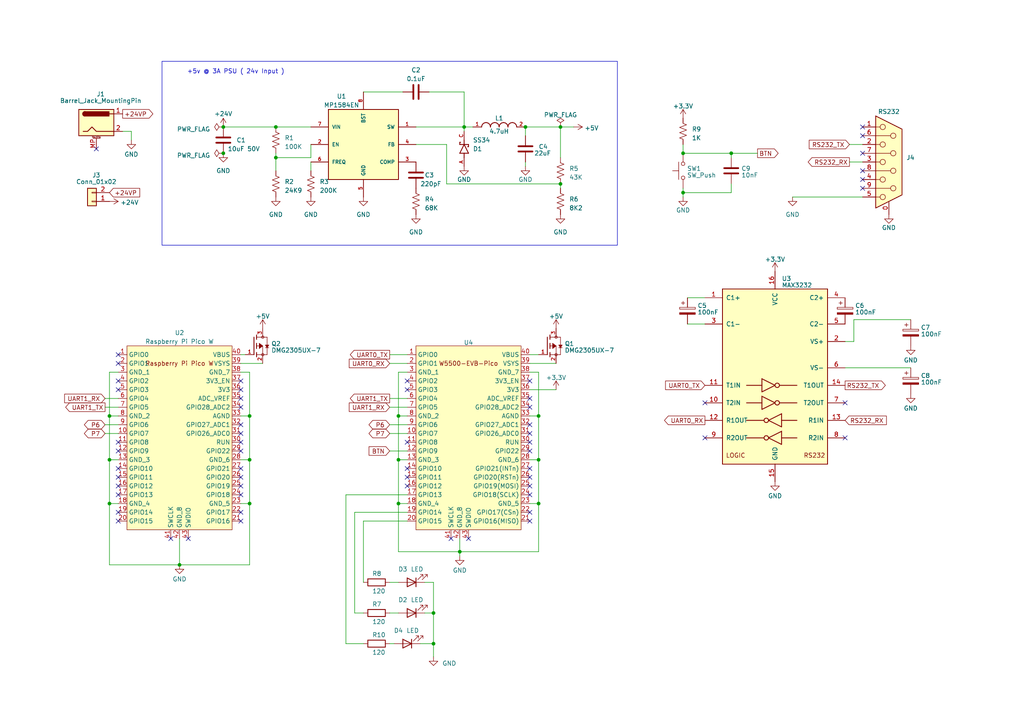
<source format=kicad_sch>
(kicad_sch (version 20230121) (generator eeschema)
  (paper "A4")
  (title_block (title "RS-232, Ethernet Data Encryption Terminal") (date "2023-03-15") (rev "0.1") (company "Robotus") (comment 1 "H.H. Shin"))
  (lib_symbols
    (symbol "Connector:Barrel_Jack_MountingPin" (pin_names hide)
      (property "Reference" "J" (at 0 5.334 0))
      (property "Value" "Barrel_Jack_MountingPin" (at 1.27 -6.35 0))
      (symbol "Barrel_Jack_MountingPin_1_1"
        (text "Mounting" (at 0 -4.191 0) (effects (font (size 0.381 0.381))))
        (pin passive line (at 7.62 2.54 180) (length 2.54) (name "~") (number "1"))
        (pin passive line (at 7.62 -2.54 180) (length 2.54) (name "~") (number "2"))
        (pin passive line (at 0 -7.62 90) (length 3.048) (name "MountPin") (number "MP"))
      )
    )
    (symbol "Connector:DE9_Receptacle_MountingHoles" (pin_names (offset 1.016) hide)
      (property "Reference" "J" (at 0 16.51 0))
      (property "Value" "DE9_Receptacle_MountingHoles" (at 0 14.605 0))
      (symbol "DE9_Receptacle_MountingHoles_1_1"
        (pin passive line (at 0 -15.24 90) (length 3.81) (name "PAD") (number "0"))
        (pin passive line (at -7.62 10.16 0) (length 3.81) (name "1") (number "1"))
        (pin passive line (at -7.62 5.08 0) (length 3.81) (name "2") (number "2"))
        (pin passive line (at -7.62 0 0) (length 3.81) (name "3") (number "3"))
        (pin passive line (at -7.62 -5.08 0) (length 3.81) (name "4") (number "4"))
        (pin passive line (at -7.62 -10.16 0) (length 3.81) (name "5") (number "5"))
        (pin passive line (at -7.62 7.62 0) (length 3.81) (name "6") (number "6"))
        (pin passive line (at -7.62 2.54 0) (length 3.81) (name "7") (number "7"))
        (pin passive line (at -7.62 -2.54 0) (length 3.81) (name "8") (number "8"))
        (pin passive line (at -7.62 -7.62 0) (length 3.81) (name "9") (number "9"))
      )
    )
    (symbol "Connector_Generic:Conn_01x02" (pin_names (offset 1.016) hide)
      (property "Reference" "J" (at 0 2.54 0))
      (property "Value" "Conn_01x02" (at 0 -5.08 0))
      (symbol "Conn_01x02_1_1"
        (pin passive line (at -5.08 0 0) (length 3.81) (name "Pin_1") (number "1"))
        (pin passive line (at -5.08 -2.54 0) (length 3.81) (name "Pin_2") (number "2"))
      )
    )
    (symbol "DMG2305UX-7_1" (pin_names (offset 1.016))
      (property "Reference" "Q" (at -8.89 3.81 0))
      (property "Value" "DMG2305UX-7" (at -8.89 -6.35 0))
      (symbol "DMG2305UX-7_1_0_0"
        (pin passive line (at -2.54 -2.54 0) (length 2.54) (name "~") (number "1"))
        (pin passive line (at 2.54 5.08 270) (length 2.54) (name "~") (number "3"))
      )
      (symbol "DMG2305UX-7_1_1_0"
        (pin power_out line (at 2.54 -5.08 90) (length 2.54) (name "~") (number "2"))
      )
    )
    (symbol "Device:C" (pin_numbers hide) (pin_names (offset 0.254))
      (property "Reference" "C" (at 0.635 2.54 0))
      (property "Value" "C" (at 0.635 -2.54 0))
      (symbol "C_1_1"
        (pin passive line (at 0 3.81 270) (length 2.794) (name "~") (number "1"))
        (pin passive line (at 0 -3.81 90) (length 2.794) (name "~") (number "2"))
      )
    )
    (symbol "Device:C_Polarized" (pin_numbers hide) (pin_names (offset 0.254))
      (property "Reference" "C" (at 0.635 2.54 0))
      (property "Value" "C_Polarized" (at 0.635 -2.54 0))
      (symbol "C_Polarized_1_1"
        (pin passive line (at 0 3.81 270) (length 2.794) (name "~") (number "1"))
        (pin passive line (at 0 -3.81 90) (length 2.794) (name "~") (number "2"))
      )
    )
    (symbol "Device:LED" (pin_numbers hide) (pin_names (offset 1.016) hide)
      (property "Reference" "D" (at 0 2.54 0))
      (property "Value" "LED" (at 0 -2.54 0))
      (symbol "LED_1_1"
        (pin passive line (at -3.81 0 0) (length 2.54) (name "K") (number "1"))
        (pin passive line (at 3.81 0 180) (length 2.54) (name "A") (number "2"))
      )
    )
    (symbol "Device:R" (pin_numbers hide) (pin_names (offset 0))
      (property "Reference" "R" (at 2.032 0 90))
      (property "Value" "R" (at 0 0 90))
      (symbol "R_1_1"
        (pin passive line (at 0 3.81 270) (length 1.27) (name "~") (number "1"))
        (pin passive line (at 0 -3.81 90) (length 1.27) (name "~") (number "2"))
      )
    )
    (symbol "Device:R_US" (pin_numbers hide) (pin_names (offset 0))
      (property "Reference" "R" (at 2.54 0 90))
      (property "Value" "R_US" (at -2.54 0 90))
      (symbol "R_US_1_1"
        (pin passive line (at 0 3.81 270) (length 1.27) (name "~") (number "1"))
        (pin passive line (at 0 -3.81 90) (length 1.27) (name "~") (number "2"))
      )
    )
    (symbol "Interface_UART:MAX3232" (pin_names (offset 1.016))
      (property "Reference" "U" (at -2.54 28.575 0))
      (property "Value" "MAX3232" (at -2.54 26.67 0))
      (symbol "MAX3232_0_0"
        (text "LOGIC" (at -11.43 -22.86 0) (effects (font (size 1.27 1.27))))
        (text "RS232" (at 11.43 -22.86 0) (effects (font (size 1.27 1.27))))
      )
      (symbol "MAX3232_1_1"
        (pin passive line (at -20.32 22.86 0) (length 5.08) (name "C1+") (number "1"))
        (pin input line (at -20.32 -7.62 0) (length 5.08) (name "T2IN") (number "10"))
        (pin input line (at -20.32 -2.54 0) (length 5.08) (name "T1IN") (number "11"))
        (pin output line (at -20.32 -12.7 0) (length 5.08) (name "R1OUT") (number "12"))
        (pin input line (at 20.32 -12.7 180) (length 5.08) (name "R1IN") (number "13"))
        (pin output line (at 20.32 -2.54 180) (length 5.08) (name "T1OUT") (number "14"))
        (pin power_in line (at 0 -30.48 90) (length 5.08) (name "GND") (number "15"))
        (pin power_in line (at 0 30.48 270) (length 5.08) (name "VCC") (number "16"))
        (pin power_out line (at 20.32 10.16 180) (length 5.08) (name "VS+") (number "2"))
        (pin passive line (at -20.32 15.24 0) (length 5.08) (name "C1-") (number "3"))
        (pin passive line (at 20.32 22.86 180) (length 5.08) (name "C2+") (number "4"))
        (pin passive line (at 20.32 15.24 180) (length 5.08) (name "C2-") (number "5"))
        (pin power_out line (at 20.32 2.54 180) (length 5.08) (name "VS-") (number "6"))
        (pin output line (at 20.32 -7.62 180) (length 5.08) (name "T2OUT") (number "7"))
        (pin input line (at 20.32 -17.78 180) (length 5.08) (name "R2IN") (number "8"))
        (pin output line (at -20.32 -17.78 0) (length 5.08) (name "R2OUT") (number "9"))
      )
    )
    (symbol "Switch:SW_Push" (pin_numbers hide) (pin_names (offset 1.016) hide)
      (property "Reference" "SW" (at 1.27 2.54 0))
      (property "Value" "SW_Push" (at 0 -1.524 0))
      (symbol "SW_Push_0_1"
        (pin passive line (at -5.08 0 0) (length 2.54) (name "1") (number "1"))
        (pin passive line (at 5.08 0 180) (length 2.54) (name "2") (number "2"))
      )
    )
    (symbol "dmg2305-FET:DMG2305UX-7" (pin_names (offset 1.016))
      (property "Reference" "Q" (at -8.89 3.81 0))
      (property "Value" "DMG2305UX-7" (at -8.89 -6.35 0))
      (symbol "DMG2305UX-7_0_0"
        (pin passive line (at -2.54 -2.54 0) (length 2.54) (name "~") (number "1"))
        (pin passive line (at 2.54 5.08 270) (length 2.54) (name "~") (number "3"))
      )
      (symbol "DMG2305UX-7_1_0"
        (pin power_out line (at 2.54 -5.08 90) (length 2.54) (name "~") (number "2"))
      )
    )
    (symbol "mp1584en:MP1584EN" (pin_names (offset 1.016))
      (property "Reference" "U1" (at -6.35 13.97 0))
      (property "Value" "MP1584EN" (at -6.35 11.43 0))
      (symbol "MP1584EN_0_0"
        (pin output line (at 15.24 5.08 180) (length 5.08) (name "SW") (number "1"))
        (pin input line (at -15.24 0 0) (length 5.08) (name "EN") (number "2"))
        (pin output line (at 15.24 -5.08 180) (length 5.08) (name "COMP") (number "3"))
        (pin input line (at 15.24 0 180) (length 5.08) (name "FB") (number "4"))
        (pin power_in line (at 0 -15.24 90) (length 5.08) (name "GND") (number "5"))
        (pin input line (at -15.24 -5.08 0) (length 5.08) (name "FREQ") (number "6"))
        (pin input line (at -15.24 5.08 0) (length 5.08) (name "VIN") (number "7"))
        (pin passive line (at 0 15.24 270) (length 5.08) (name "BST") (number "8"))
      )
    )
    (symbol "power:+24V" (power) (pin_names (offset 0))
      (property "Value" "+24V" (at 0 3.556 0))
      (symbol "+24V_1_1"
        (pin power_in line (at 0 0 90) (length 0) hide (name "+24V") (number "1"))
      )
    )
    (symbol "power:+3.3V" (power) (pin_names (offset 0))
      (property "Value" "+3.3V" (at 0 3.556 0))
      (symbol "+3.3V_1_1"
        (pin power_in line (at 0 0 90) (length 0) hide (name "+3.3V") (number "1"))
      )
    )
    (symbol "power:+5V" (power) (pin_names (offset 0))
      (property "Value" "+5V" (at 0 3.556 0))
      (symbol "+5V_1_1"
        (pin power_in line (at 0 0 90) (length 0) hide (name "+5V") (number "1"))
      )
    )
    (symbol "power:GND" (power) (pin_names (offset 0))
      (property "Value" "GND" (at 0 -3.81 0))
      (symbol "GND_1_1"
        (pin power_in line (at 0 0 270) (length 0) hide (name "GND") (number "1"))
      )
    )
    (symbol "power:PWR_FLAG" (power) (pin_numbers hide) (pin_names (offset 0) hide)
      (property "Value" "PWR_FLAG" (at 0 3.81 0))
      (symbol "PWR_FLAG_0_0"
        (pin power_out line (at 0 0 90) (length 0) (name "pwr") (number "1"))
      )
    )
    (symbol "raspberrypi-pico-w:Pico-W"
      (property "Reference" "U1" (at 0 30.861 0))
      (property "Value" "Pico-W" (at 0 28.5496 0))
      (symbol "Pico-W_1_0"
        (text "Raspberry Pi Pico W" (at 0 21.59 0) (effects (font (size 1.27 1.27))))
      )
      (symbol "Pico-W_1_1"
        (pin bidirectional line (at -17.78 24.13 0) (length 2.54) (name "GPIO0") (number "1"))
        (pin bidirectional line (at -17.78 1.27 0) (length 2.54) (name "GPIO7") (number "10"))
        (pin bidirectional line (at -17.78 -1.27 0) (length 2.54) (name "GPIO8") (number "11"))
        (pin bidirectional line (at -17.78 -3.81 0) (length 2.54) (name "GPIO9") (number "12"))
        (pin power_in line (at -17.78 -6.35 0) (length 2.54) (name "GND_3") (number "13"))
        (pin bidirectional line (at -17.78 -8.89 0) (length 2.54) (name "GPIO10") (number "14"))
        (pin bidirectional line (at -17.78 -11.43 0) (length 2.54) (name "GPIO11") (number "15"))
        (pin bidirectional line (at -17.78 -13.97 0) (length 2.54) (name "GPIO12") (number "16"))
        (pin bidirectional line (at -17.78 -16.51 0) (length 2.54) (name "GPIO13") (number "17"))
        (pin power_in line (at -17.78 -19.05 0) (length 2.54) (name "GND_4") (number "18"))
        (pin bidirectional line (at -17.78 -21.59 0) (length 2.54) (name "GPIO14") (number "19"))
        (pin bidirectional line (at -17.78 21.59 0) (length 2.54) (name "GPIO1") (number "2"))
        (pin bidirectional line (at -17.78 -24.13 0) (length 2.54) (name "GPIO15") (number "20"))
        (pin bidirectional line (at 17.78 -24.13 180) (length 2.54) (name "GPIO16") (number "21"))
        (pin bidirectional line (at 17.78 -21.59 180) (length 2.54) (name "GPIO17") (number "22"))
        (pin power_in line (at 17.78 -19.05 180) (length 2.54) (name "GND_5") (number "23"))
        (pin bidirectional line (at 17.78 -16.51 180) (length 2.54) (name "GPIO18") (number "24"))
        (pin bidirectional line (at 17.78 -13.97 180) (length 2.54) (name "GPIO19") (number "25"))
        (pin bidirectional line (at 17.78 -11.43 180) (length 2.54) (name "GPIO20") (number "26"))
        (pin bidirectional line (at 17.78 -8.89 180) (length 2.54) (name "GPIO21") (number "27"))
        (pin power_in line (at 17.78 -6.35 180) (length 2.54) (name "GND_6") (number "28"))
        (pin bidirectional line (at 17.78 -3.81 180) (length 2.54) (name "GPIO22") (number "29"))
        (pin power_in line (at -17.78 19.05 0) (length 2.54) (name "GND_1") (number "3"))
        (pin input line (at 17.78 -1.27 180) (length 2.54) (name "RUN") (number "30"))
        (pin bidirectional line (at 17.78 1.27 180) (length 2.54) (name "GPIO26_ADC0") (number "31"))
        (pin bidirectional line (at 17.78 3.81 180) (length 2.54) (name "GPIO27_ADC1") (number "32"))
        (pin power_in line (at 17.78 6.35 180) (length 2.54) (name "AGND") (number "33"))
        (pin bidirectional line (at 17.78 8.89 180) (length 2.54) (name "GPIO28_ADC2") (number "34"))
        (pin power_in line (at 17.78 11.43 180) (length 2.54) (name "ADC_VREF") (number "35"))
        (pin power_out line (at 17.78 13.97 180) (length 2.54) (name "3V3") (number "36"))
        (pin input line (at 17.78 16.51 180) (length 2.54) (name "3V3_EN") (number "37"))
        (pin power_in line (at 17.78 19.05 180) (length 2.54) (name "GND_7") (number "38"))
        (pin power_in line (at 17.78 21.59 180) (length 2.54) (name "VSYS") (number "39"))
        (pin bidirectional line (at -17.78 16.51 0) (length 2.54) (name "GPIO2") (number "4"))
        (pin power_out line (at 17.78 24.13 180) (length 2.54) (name "VBUS") (number "40"))
        (pin input line (at -2.54 -29.21 90) (length 2.54) (name "SWCLK") (number "41"))
        (pin power_in line (at 0 -29.21 90) (length 2.54) (name "GND_8") (number "42"))
        (pin bidirectional line (at 2.54 -29.21 90) (length 2.54) (name "SWDIO") (number "43"))
        (pin bidirectional line (at -17.78 13.97 0) (length 2.54) (name "GPIO3") (number "5"))
        (pin bidirectional line (at -17.78 11.43 0) (length 2.54) (name "GPIO4") (number "6"))
        (pin bidirectional line (at -17.78 8.89 0) (length 2.54) (name "GPIO5") (number "7"))
        (pin power_in line (at -17.78 6.35 0) (length 2.54) (name "GND_2") (number "8"))
        (pin bidirectional line (at -17.78 3.81 0) (length 2.54) (name "GPIO6") (number "9"))
      )
    )
    (symbol "rlf7030t-4r7m3r4:RLF7030T-4R7M3R4" (pin_names (offset 1.016))
      (property "Reference" "L1" (at 0 2.54 0))
      (property "Value" "4.7uH" (at 0 -1.27 0))
      (symbol "RLF7030T-4R7M3R4_0_0"
        (pin passive line (at -7.62 0 0) (length 2.54) (name "~") (number "1"))
        (pin passive line (at 7.62 0 180) (length 2.54) (name "~") (number "2"))
      )
    )
    (symbol "ss34:SS34" (pin_names (offset 1.016))
      (property "Reference" "D1" (at 2.54 0 90))
      (property "Value" "SS34" (at 2.54 -2.54 90))
      (symbol "SS34_0_0"
        (pin passive line (at -5.08 0 0) (length 2.54) (name "~") (number "A"))
        (pin passive line (at 5.08 0 180) (length 2.54) (name "~") (number "C"))
      )
    )
    (symbol "w5500-evb-pico:W5500-EVB-Pico"
      (property "Reference" "U1" (at 0 25.4 0))
      (symbol "W5500-EVB-Pico_1_0"
        (text "W5500-EVB-Pico" (at 0 19.05 0) (effects (font (size 1.27 1.27))))
      )
      (symbol "W5500-EVB-Pico_1_1"
        (pin bidirectional line (at -17.78 21.59 0) (length 2.54) (name "GPIO0") (number "1"))
        (pin bidirectional line (at -17.78 -1.27 0) (length 2.54) (name "GPIO7") (number "10"))
        (pin bidirectional line (at -17.78 -3.81 0) (length 2.54) (name "GPIO8") (number "11"))
        (pin bidirectional line (at -17.78 -6.35 0) (length 2.54) (name "GPIO9") (number "12"))
        (pin power_in line (at -17.78 -8.89 0) (length 2.54) (name "GND_3") (number "13"))
        (pin bidirectional line (at -17.78 -11.43 0) (length 2.54) (name "GPIO10") (number "14"))
        (pin bidirectional line (at -17.78 -13.97 0) (length 2.54) (name "GPIO11") (number "15"))
        (pin bidirectional line (at -17.78 -16.51 0) (length 2.54) (name "GPIO12") (number "16"))
        (pin bidirectional line (at -17.78 -19.05 0) (length 2.54) (name "GPIO13") (number "17"))
        (pin power_in line (at -17.78 -21.59 0) (length 2.54) (name "GND_4") (number "18"))
        (pin bidirectional line (at -17.78 -24.13 0) (length 2.54) (name "GPIO14") (number "19"))
        (pin bidirectional line (at -17.78 19.05 0) (length 2.54) (name "GPIO1") (number "2"))
        (pin bidirectional line (at -17.78 -26.67 0) (length 2.54) (name "GPIO15") (number "20"))
        (pin bidirectional line (at 17.78 -26.67 180) (length 2.54) (name "GPIO16(MISO)") (number "21"))
        (pin bidirectional line (at 17.78 -24.13 180) (length 2.54) (name "GPIO17(CSn)") (number "22"))
        (pin power_in line (at 17.78 -21.59 180) (length 2.54) (name "GND_5") (number "23"))
        (pin bidirectional line (at 17.78 -19.05 180) (length 2.54) (name "GPIO18(SCLK)") (number "24"))
        (pin bidirectional line (at 17.78 -16.51 180) (length 2.54) (name "GPIO19(MOSI)") (number "25"))
        (pin bidirectional line (at 17.78 -13.97 180) (length 2.54) (name "GPIO20(RSTn)") (number "26"))
        (pin bidirectional line (at 17.78 -11.43 180) (length 2.54) (name "GPIO21(INTn)") (number "27"))
        (pin power_in line (at 17.78 -8.89 180) (length 2.54) (name "GND_6") (number "28"))
        (pin bidirectional line (at 17.78 -6.35 180) (length 2.54) (name "GPIO22") (number "29"))
        (pin power_in line (at -17.78 16.51 0) (length 2.54) (name "GND_1") (number "3"))
        (pin input line (at 17.78 -3.81 180) (length 2.54) (name "RUN") (number "30"))
        (pin bidirectional line (at 17.78 -1.27 180) (length 2.54) (name "GPIO26_ADC0") (number "31"))
        (pin bidirectional line (at 17.78 1.27 180) (length 2.54) (name "GPIO27_ADC1") (number "32"))
        (pin power_in line (at 17.78 3.81 180) (length 2.54) (name "AGND") (number "33"))
        (pin bidirectional line (at 17.78 6.35 180) (length 2.54) (name "GPIO28_ADC2") (number "34"))
        (pin power_in line (at 17.78 8.89 180) (length 2.54) (name "ADC_VREF") (number "35"))
        (pin power_out line (at 17.78 11.43 180) (length 2.54) (name "3V3") (number "36"))
        (pin input line (at 17.78 13.97 180) (length 2.54) (name "3V3_EN") (number "37"))
        (pin power_in line (at 17.78 16.51 180) (length 2.54) (name "GND_7") (number "38"))
        (pin power_in line (at 17.78 19.05 180) (length 2.54) (name "VSYS") (number "39"))
        (pin bidirectional line (at -17.78 13.97 0) (length 2.54) (name "GPIO2") (number "4"))
        (pin power_out line (at 17.78 21.59 180) (length 2.54) (name "VBUS") (number "40"))
        (pin input line (at -5.08 -31.75 90) (length 2.54) (name "SWCLK") (number "41"))
        (pin power_in line (at -2.54 -31.75 90) (length 2.54) (name "GND_8") (number "42"))
        (pin bidirectional line (at 0 -31.75 90) (length 2.54) (name "SWDIO") (number "43"))
        (pin bidirectional line (at -17.78 11.43 0) (length 2.54) (name "GPIO3") (number "5"))
        (pin bidirectional line (at -17.78 8.89 0) (length 2.54) (name "GPIO4") (number "6"))
        (pin bidirectional line (at -17.78 6.35 0) (length 2.54) (name "GPIO5") (number "7"))
        (pin power_in line (at -17.78 3.81 0) (length 2.54) (name "GND_2") (number "8"))
        (pin bidirectional line (at -17.78 1.27 0) (length 2.54) (name "GPIO6") (number "9"))
      )
    )
  )
  (junction (at 115.57 133.35))
  (junction (at 31.75 120.65))
  (junction (at 133.35 160.02))
  (junction (at 80.01 36.83))
  (junction (at 125.73 186.69))
  (junction (at 52.07 163.83))
  (junction (at 212.09 44.45))
  (junction (at 80.01 45.72))
  (junction (at 162.56 36.83))
  (junction (at 156.21 146.05))
  (junction (at 152.4 36.83))
  (junction (at 125.73 177.8))
  (junction (at 72.39 133.35))
  (junction (at 156.21 133.35))
  (junction (at 64.77 44.45))
  (junction (at 31.75 146.05))
  (junction (at 64.77 36.83))
  (junction (at 156.21 120.65))
  (junction (at 31.75 133.35))
  (junction (at 134.62 36.83))
  (junction (at 72.39 146.05))
  (junction (at 115.57 120.65))
  (junction (at 198.12 44.45))
  (junction (at 72.39 120.65))
  (junction (at 162.56 53.34))
  (junction (at 115.57 146.05))
  (junction (at 198.12 55.88))
  (no_connect (at 250.19 52.07))
  (no_connect (at 153.67 135.89))
  (no_connect (at 69.85 135.89))
  (no_connect (at 118.11 138.43))
  (no_connect (at 34.29 143.51))
  (no_connect (at 245.11 127))
  (no_connect (at 34.29 102.87))
  (no_connect (at 34.29 151.13))
  (no_connect (at 250.19 39.37))
  (no_connect (at 34.29 105.41))
  (no_connect (at 69.85 138.43))
  (no_connect (at 34.29 138.43))
  (no_connect (at 153.67 123.19))
  (no_connect (at 69.85 130.81))
  (no_connect (at 69.85 125.73))
  (no_connect (at 153.67 148.59))
  (no_connect (at 54.61 156.21))
  (no_connect (at 69.85 151.13))
  (no_connect (at 34.29 128.27))
  (no_connect (at 135.89 156.21))
  (no_connect (at 34.29 148.59))
  (no_connect (at 204.47 127))
  (no_connect (at 27.94 43.18))
  (no_connect (at 34.29 140.97))
  (no_connect (at 69.85 113.03))
  (no_connect (at 153.67 138.43))
  (no_connect (at 153.67 125.73))
  (no_connect (at 69.85 148.59))
  (no_connect (at 118.11 135.89))
  (no_connect (at 250.19 49.53))
  (no_connect (at 34.29 110.49))
  (no_connect (at 130.81 156.21))
  (no_connect (at 69.85 110.49))
  (no_connect (at 153.67 110.49))
  (no_connect (at 118.11 110.49))
  (no_connect (at 153.67 128.27))
  (no_connect (at 153.67 151.13))
  (no_connect (at 153.67 118.11))
  (no_connect (at 153.67 130.81))
  (no_connect (at 69.85 118.11))
  (no_connect (at 153.67 115.57))
  (no_connect (at 153.67 140.97))
  (no_connect (at 49.53 156.21))
  (no_connect (at 118.11 128.27))
  (no_connect (at 204.47 116.84))
  (no_connect (at 153.67 143.51))
  (no_connect (at 34.29 130.81))
  (no_connect (at 250.19 44.45))
  (no_connect (at 69.85 140.97))
  (no_connect (at 250.19 54.61))
  (no_connect (at 245.11 116.84))
  (no_connect (at 118.11 140.97))
  (no_connect (at 69.85 123.19))
  (no_connect (at 69.85 115.57))
  (no_connect (at 34.29 135.89))
  (no_connect (at 69.85 143.51))
  (no_connect (at 34.29 113.03))
  (no_connect (at 69.85 128.27))
  (no_connect (at 118.11 113.03))
  (no_connect (at 250.19 36.83))
  (wire (pts (xy 80.01 45.72) (xy 90.17 45.72)))
  (wire (pts (xy 134.62 36.83) (xy 134.62 38.1)))
  (wire (pts (xy 102.87 148.59) (xy 102.87 177.8)))
  (wire (pts (xy 153.67 107.95) (xy 156.21 107.95)))
  (wire (pts (xy 156.21 133.35) (xy 156.21 146.05)))
  (wire (pts (xy 52.07 156.21) (xy 52.07 163.83)))
  (wire (pts (xy 199.39 86.36) (xy 204.47 86.36)))
  (wire (pts (xy 113.03 102.87) (xy 118.11 102.87)))
  (wire (pts (xy 152.4 36.83) (xy 152.4 39.37)))
  (wire (pts (xy 72.39 163.83) (xy 52.07 163.83)))
  (wire (pts (xy 30.48 115.57) (xy 34.29 115.57)))
  (wire (pts (xy 212.09 44.45) (xy 219.71 44.45)))
  (wire (pts (xy 156.21 120.65) (xy 156.21 133.35)))
  (wire (pts (xy 246.38 41.91) (xy 250.19 41.91)))
  (wire (pts (xy 31.75 120.65) (xy 31.75 133.35)))
  (wire (pts (xy 102.87 177.8) (xy 105.41 177.8)))
  (wire (pts (xy 152.4 46.99) (xy 152.4 48.26)))
  (wire (pts (xy 105.41 151.13) (xy 105.41 168.91)))
  (wire (pts (xy 72.39 107.95) (xy 72.39 120.65)))
  (wire (pts (xy 72.39 133.35) (xy 72.39 146.05)))
  (wire (pts (xy 229.87 57.15) (xy 250.19 57.15)))
  (wire (pts (xy 123.19 177.8) (xy 125.73 177.8)))
  (wire (pts (xy 156.21 146.05) (xy 156.21 160.02)))
  (wire (pts (xy 64.77 36.83) (xy 80.01 36.83)))
  (wire (pts (xy 38.1 38.1) (xy 38.1 40.64)))
  (wire (pts (xy 120.65 41.91) (xy 129.54 41.91)))
  (wire (pts (xy 30.48 123.19) (xy 34.29 123.19)))
  (wire (pts (xy 118.11 107.95) (xy 115.57 107.95)))
  (wire (pts (xy 162.56 53.34) (xy 162.56 54.61)))
  (wire (pts (xy 156.21 107.95) (xy 156.21 120.65)))
  (wire (pts (xy 123.19 168.91) (xy 125.73 168.91)))
  (wire (pts (xy 113.03 105.41) (xy 118.11 105.41)))
  (wire (pts (xy 100.33 186.69) (xy 105.41 186.69)))
  (wire (pts (xy 113.03 130.81) (xy 118.11 130.81)))
  (wire (pts (xy 153.67 146.05) (xy 156.21 146.05)))
  (wire (pts (xy 125.73 168.91) (xy 125.73 177.8)))
  (wire (pts (xy 129.54 53.34) (xy 162.56 53.34)))
  (wire (pts (xy 153.67 113.03) (xy 161.29 113.03)))
  (wire (pts (xy 125.73 186.69) (xy 125.73 190.5)))
  (wire (pts (xy 247.65 99.06) (xy 247.65 92.71)))
  (wire (pts (xy 69.85 102.87) (xy 71.12 102.87)))
  (wire (pts (xy 137.16 36.83) (xy 134.62 36.83)))
  (wire (pts (xy 80.01 44.45) (xy 80.01 45.72)))
  (wire (pts (xy 105.41 151.13) (xy 118.11 151.13)))
  (wire (pts (xy 69.85 105.41) (xy 76.2 105.41)))
  (wire (pts (xy 102.87 148.59) (xy 118.11 148.59)))
  (wire (pts (xy 212.09 55.88) (xy 198.12 55.88)))
  (wire (pts (xy 113.03 125.73) (xy 118.11 125.73)))
  (wire (pts (xy 162.56 36.83) (xy 162.56 45.72)))
  (wire (pts (xy 133.35 160.02) (xy 133.35 161.29)))
  (wire (pts (xy 31.75 107.95) (xy 31.75 120.65)))
  (wire (pts (xy 115.57 160.02) (xy 133.35 160.02)))
  (wire (pts (xy 115.57 146.05) (xy 118.11 146.05)))
  (wire (pts (xy 161.29 105.41) (xy 153.67 105.41)))
  (wire (pts (xy 115.57 133.35) (xy 118.11 133.35)))
  (wire (pts (xy 125.73 177.8) (xy 125.73 186.69)))
  (wire (pts (xy 199.39 93.98) (xy 204.47 93.98)))
  (wire (pts (xy 115.57 120.65) (xy 115.57 133.35)))
  (wire (pts (xy 133.35 156.21) (xy 133.35 160.02)))
  (wire (pts (xy 100.33 186.69) (xy 100.33 143.51)))
  (wire (pts (xy 31.75 146.05) (xy 31.75 163.83)))
  (wire (pts (xy 212.09 53.34) (xy 212.09 55.88)))
  (wire (pts (xy 198.12 54.61) (xy 198.12 55.88)))
  (wire (pts (xy 80.01 36.83) (xy 90.17 36.83)))
  (wire (pts (xy 113.03 168.91) (xy 115.57 168.91)))
  (wire (pts (xy 153.67 133.35) (xy 156.21 133.35)))
  (wire (pts (xy 113.03 177.8) (xy 115.57 177.8)))
  (wire (pts (xy 31.75 133.35) (xy 31.75 146.05)))
  (wire (pts (xy 115.57 133.35) (xy 115.57 146.05)))
  (wire (pts (xy 113.03 115.57) (xy 118.11 115.57)))
  (wire (pts (xy 121.92 186.69) (xy 125.73 186.69)))
  (wire (pts (xy 134.62 26.67) (xy 134.62 36.83)))
  (wire (pts (xy 69.85 133.35) (xy 72.39 133.35)))
  (wire (pts (xy 113.03 118.11) (xy 118.11 118.11)))
  (wire (pts (xy 69.85 107.95) (xy 72.39 107.95)))
  (wire (pts (xy 35.56 38.1) (xy 38.1 38.1)))
  (wire (pts (xy 113.03 186.69) (xy 114.3 186.69)))
  (wire (pts (xy 31.75 163.83) (xy 52.07 163.83)))
  (wire (pts (xy 247.65 92.71) (xy 264.16 92.71)))
  (wire (pts (xy 30.48 125.73) (xy 34.29 125.73)))
  (wire (pts (xy 72.39 120.65) (xy 72.39 133.35)))
  (wire (pts (xy 30.48 118.11) (xy 34.29 118.11)))
  (wire (pts (xy 212.09 45.72) (xy 212.09 44.45)))
  (wire (pts (xy 162.56 36.83) (xy 166.37 36.83)))
  (wire (pts (xy 246.38 46.99) (xy 250.19 46.99)))
  (wire (pts (xy 31.75 133.35) (xy 34.29 133.35)))
  (wire (pts (xy 100.33 143.51) (xy 118.11 143.51)))
  (wire (pts (xy 72.39 146.05) (xy 72.39 163.83)))
  (wire (pts (xy 245.11 99.06) (xy 247.65 99.06)))
  (wire (pts (xy 90.17 41.91) (xy 90.17 45.72)))
  (wire (pts (xy 129.54 41.91) (xy 129.54 53.34)))
  (wire (pts (xy 80.01 45.72) (xy 80.01 49.53)))
  (wire (pts (xy 69.85 146.05) (xy 72.39 146.05)))
  (wire (pts (xy 245.11 106.68) (xy 264.16 106.68)))
  (wire (pts (xy 90.17 46.99) (xy 90.17 49.53)))
  (wire (pts (xy 120.65 36.83) (xy 134.62 36.83)))
  (wire (pts (xy 156.21 160.02) (xy 133.35 160.02)))
  (wire (pts (xy 198.12 55.88) (xy 198.12 57.15)))
  (wire (pts (xy 31.75 146.05) (xy 34.29 146.05)))
  (wire (pts (xy 152.4 36.83) (xy 162.56 36.83)))
  (wire (pts (xy 113.03 123.19) (xy 118.11 123.19)))
  (wire (pts (xy 124.46 26.67) (xy 134.62 26.67)))
  (wire (pts (xy 156.21 102.87) (xy 153.67 102.87)))
  (wire (pts (xy 34.29 107.95) (xy 31.75 107.95)))
  (wire (pts (xy 31.75 120.65) (xy 34.29 120.65)))
  (wire (pts (xy 198.12 41.91) (xy 198.12 44.45)))
  (wire (pts (xy 115.57 107.95) (xy 115.57 120.65)))
  (wire (pts (xy 212.09 44.45) (xy 198.12 44.45)))
  (wire (pts (xy 105.41 26.67) (xy 116.84 26.67)))
  (wire (pts (xy 153.67 120.65) (xy 156.21 120.65)))
  (wire (pts (xy 69.85 120.65) (xy 72.39 120.65)))
  (wire (pts (xy 115.57 146.05) (xy 115.57 160.02)))
  (wire (pts (xy 115.57 120.65) (xy 118.11 120.65)))
  (rectangle (start 46.99 17.78) (end 179.07 71.12))
  (text "+5v @ 3A PSU ( 24v Input )" (at 82.55 21.59 0) (effects (font (size 1.27 1.27)) (justify right bottom)))
  (global_label "RS232_TX" (shape input) (at 246.38 41.91 180) (property "Intersheetrefs" "${INTERSHEET_REFS}" (effects hide)))
  (global_label "UART1_RX" (shape input) (at 113.03 118.11 180) (property "Intersheetrefs" "${INTERSHEET_REFS}" (effects hide)))
  (global_label "+24VP" (shape output) (at 35.56 33.02 0) (property "Intersheetrefs" "${INTERSHEET_REFS}" (effects hide)))
  (global_label "RS232_RX" (shape input) (at 245.11 121.92 0) (property "Intersheetrefs" "${INTERSHEET_REFS}" (effects hide)))
  (global_label "RS232_TX" (shape output) (at 245.11 111.76 0) (property "Intersheetrefs" "${INTERSHEET_REFS}" (effects hide)))
  (global_label "P6" (shape bidirectional) (at 30.48 123.19 180) (property "Intersheetrefs" "${INTERSHEET_REFS}" (effects hide)))
  (global_label "UART1_RX" (shape input) (at 30.48 115.57 180) (property "Intersheetrefs" "${INTERSHEET_REFS}" (effects hide)))
  (global_label "UART1_TX" (shape output) (at 30.48 118.11 180) (property "Intersheetrefs" "${INTERSHEET_REFS}" (effects hide)))
  (global_label "P6" (shape bidirectional) (at 113.03 123.19 180) (property "Intersheetrefs" "${INTERSHEET_REFS}" (effects hide)))
  (global_label "UART0_RX" (shape output) (at 204.47 121.92 180) (property "Intersheetrefs" "${INTERSHEET_REFS}" (effects hide)))
  (global_label "BTN" (shape output) (at 219.71 44.45 0) (property "Intersheetrefs" "${INTERSHEET_REFS}" (effects hide)))
  (global_label "UART0_RX" (shape input) (at 113.03 105.41 180) (property "Intersheetrefs" "${INTERSHEET_REFS}" (effects hide)))
  (global_label "RS232_RX" (shape output) (at 246.38 46.99 180) (property "Intersheetrefs" "${INTERSHEET_REFS}" (effects hide)))
  (global_label "BTN" (shape input) (at 113.03 130.81 180) (property "Intersheetrefs" "${INTERSHEET_REFS}" (effects hide)))
  (global_label "P7" (shape bidirectional) (at 30.48 125.73 180) (property "Intersheetrefs" "${INTERSHEET_REFS}" (effects hide)))
  (global_label "P7" (shape bidirectional) (at 113.03 125.73 180) (property "Intersheetrefs" "${INTERSHEET_REFS}" (effects hide)))
  (global_label "UART1_TX" (shape output) (at 113.03 115.57 180) (property "Intersheetrefs" "${INTERSHEET_REFS}" (effects hide)))
  (global_label "UART0_TX" (shape output) (at 113.03 102.87 180) (property "Intersheetrefs" "${INTERSHEET_REFS}" (effects hide)))
  (global_label "UART0_TX" (shape input) (at 204.47 111.76 180) (property "Intersheetrefs" "${INTERSHEET_REFS}" (effects hide)))
  (global_label "+24VP" (shape input) (at 31.75 55.88 0) (property "Intersheetrefs" "${INTERSHEET_REFS}" (effects hide)))
  (symbol (lib_id "power:+5V") (at 161.29 95.25 0) (unit 1)
    (property "Reference" "#PWR017" (effects hide))
    (property "Value" "+5V" (at 161.29 91.7481 0))
  )
  (symbol (lib_id "Device:C_Polarized") (at 264.16 110.49 0) (unit 1)
    (property "Reference" "C8" (at 267.081 108.9573 0) (effects (justify left)))
    (property "Value" "100nF" (at 267.081 110.8783 0) (effects (justify left)))
    (property "Footprint" "Capacitor_SMD:C_0603_1608Metric" (effects hide))
    (property "LCSC" "C14663" (effects hide))
  )
  (symbol (lib_id "power:+5V") (at 76.2 95.25 0) (unit 1)
    (property "Reference" "#PWR015" (effects hide))
    (property "Value" "+5V" (at 76.2 91.7481 0))
  )
  (symbol (lib_id "power:+5V") (at 166.37 36.83 270) (unit 1)
    (property "Reference" "#PWR016" (effects hide))
    (property "Value" "+5V" (at 169.545 37.1468 90) (effects (justify left)))
  )
  (symbol (lib_id "power:GND") (at 125.73 190.5 0) (unit 1)
    (property "Reference" "#PWR028" (effects hide))
    (property "Value" "GND" (at 128.27 192.405 0) (effects (justify left)))
  )
  (symbol (lib_id "power:GND") (at 120.65 62.23 0) (unit 1)
    (property "Reference" "#PWR06" (effects hide))
    (property "Value" "GND" (at 120.65 67.31 0))
  )
  (symbol (lib_id "Device:R_US") (at 162.56 58.42 0) (unit 1)
    (property "Reference" "R6" (at 165.1 57.785 0) (effects (justify left)))
    (property "Value" "8K2" (at 165.1 60.325 0) (effects (justify left)))
    (property "Footprint" "Resistor_SMD:R_0805_2012Metric" (effects hide))
    (property "LCSC" "C17828" (effects hide))
  )
  (symbol (lib_id "power:GND") (at 64.77 44.45 0) (unit 1)
    (property "Reference" "#PWR02" (effects hide))
    (property "Value" "GND" (at 64.77 49.53 0))
  )
  (symbol (lib_id "power:GND") (at 105.41 57.15 0) (unit 1)
    (property "Reference" "#PWR010" (effects hide))
    (property "Value" "GND" (at 105.41 62.23 0))
  )
  (symbol (lib_id "Device:R") (at 109.22 186.69 270) (unit 1)
    (property "Reference" "R10" (at 107.95 184.15 90) (effects (justify left)))
    (property "Value" "120" (at 107.95 189.23 90) (effects (justify left)))
    (property "Footprint" "Resistor_SMD:R_0603_1608Metric" (effects hide))
    (property "MPN" "0603WAF2201T5E" (effects hide))
    (property "Manufacturer" "UNIOHM" (effects hide))
    (property "LCSC" "C22787" (effects hide))
  )
  (symbol (lib_id "power:GND") (at 162.56 62.23 0) (unit 1)
    (property "Reference" "#PWR09" (effects hide))
    (property "Value" "GND" (at 162.56 67.31 0))
  )
  (symbol (lib_id "mp1584en:MP1584EN") (at 105.41 41.91 0) (unit 1)
    (property "Reference" "U1" (at 99.06 27.94 0))
    (property "Value" "MP1584EN" (at 99.06 30.48 0))
    (property "Footprint" "0.winners:SOIC127P600X170-9N_MP1584EN" (effects hide))
    (property "Datasheet" "https://www.alldatasheet.com/datasheet-pdf/pdf/551593/MPS/MP1584EN.html" (effects hide))
    (property "MP" "MP1584EN" (effects hide))
    (property "MF" "Monolithic Power Systems" (effects hide))
    (property "AVAILABILITY" "Unavailable" (effects hide))
    (property "STANDARD" "IPC-7351B" (effects hide))
    (property "PRICE" "None" (effects hide))
    (property "PACKAGE" "None" (effects hide))
  )
  (symbol (lib_id "power:+24V") (at 64.77 36.83 0) (unit 1)
    (property "Reference" "#PWR01" (effects hide))
    (property "Value" "+24V" (at 64.77 33.02 0))
  )
  (symbol (lib_id "Device:C_Polarized") (at 199.39 90.17 0) (unit 1)
    (property "Reference" "C5" (at 202.311 88.6373 0) (effects (justify left)))
    (property "Value" "100nF" (at 202.311 90.5583 0) (effects (justify left)))
    (property "Footprint" "Capacitor_SMD:C_0603_1608Metric" (effects hide))
    (property "LCSC" "C14663" (effects hide))
  )
  (symbol (lib_id "ss34:SS34") (at 134.62 43.18 90) (unit 1)
    (property "Reference" "D1" (at 137.16 43.18 90) (effects (justify right)))
    (property "Value" "SS34" (at 137.16 40.64 90) (effects (justify right)))
    (property "Footprint" "Diode_SMD:D_SMA" (effects hide))
    (property "Datasheet" "https://datasheet.lcsc.com/lcsc/2303141100_MDD-Microdiode-Electronics--SS34_C8678.pdf" (effects hide))
    (property "MANUFACTURER" "On Semiconductor" (effects hide))
    (property "PARTREV" "31 Aug 2016" (effects hide))
    (property "MAXIMUM_PACKAGE_HEIGHT" "2.65mm" (effects hide))
    (property "STANDARD" "IPC-7351B" (effects hide))
    (property "SNAPEDA_PACKAGE_ID" "36301" (effects hide))
    (property "LCSC" "C8678" (effects hide))
  )
  (symbol (lib_id "power:GND") (at 133.35 161.29 0) (unit 1)
    (property "Reference" "#PWR018" (effects hide))
    (property "Value" "GND" (at 133.35 165.4255 0))
  )
  (symbol (lib_id "Device:C") (at 212.09 49.53 0) (unit 1)
    (property "Reference" "C9" (at 215.011 48.8863 0) (effects (justify left)))
    (property "Value" "10nF" (at 215.011 50.8073 0) (effects (justify left)))
    (property "Footprint" "Capacitor_SMD:C_0603_1608Metric" (effects hide))
    (property "LCSC" "C57112" (effects hide))
  )
  (symbol (lib_id "Connector:DE9_Receptacle_MountingHoles") (at 257.81 46.99 0) (unit 1)
    (property "Reference" "J4" (at 262.89 45.7199 0) (effects (justify left)))
    (property "Value" "RS232" (at 257.81 32.385 0))
    (property "Footprint" "Connector_Dsub:DSUB-9_Female_Horizontal_P2.77x2.84mm_EdgePinOffset7.70mm_Housed_MountingHolesOffset9.12mm" (effects hide))
    (property "Datasheet" " ~" (effects hide))
  )
  (symbol (lib_id "Switch:SW_Push") (at 198.12 49.53 90) (unit 1)
    (property "Reference" "SW1" (at 199.263 48.8863 90) (effects (justify right)))
    (property "Value" "SW_Push" (at 199.263 50.8073 90) (effects (justify right)))
    (property "Footprint" "Button_Switch_THT:SW_SPST_Omron_B3F-315x_Angled" (effects hide))
  )
  (symbol (lib_id "Device:LED") (at 119.38 177.8 180) (unit 1)
    (property "Reference" "D2" (at 116.84 173.99 0))
    (property "Value" "LED" (at 120.9675 173.99 0))
    (property "Footprint" "LED_THT:LED_D3.0mm" (effects hide))
  )
  (symbol (lib_id "power:GND") (at 90.17 57.15 0) (unit 1)
    (property "Reference" "#PWR04" (effects hide))
    (property "Value" "GND" (at 90.17 62.23 0))
  )
  (symbol (lib_id "Device:R_US") (at 162.56 49.53 0) (unit 1)
    (property "Reference" "R5" (at 165.1 48.895 0) (effects (justify left)))
    (property "Value" "43K" (at 165.1 51.435 0) (effects (justify left)))
    (property "Footprint" "Resistor_SMD:R_0805_2012Metric" (effects hide))
    (property "LCSC" "C17695" (effects hide))
  )
  (symbol (lib_id "power:GND") (at 257.81 62.23 0) (unit 1)
    (property "Reference" "#PWR024" (effects hide))
    (property "Value" "GND" (at 257.81 66.04 0))
  )
  (symbol (lib_id "Interface_UART:MAX3232") (at 224.79 109.22 0) (unit 1)
    (property "Reference" "U3" (at 226.7459 80.8101 0) (effects (justify left)))
    (property "Value" "MAX3232" (at 226.7459 82.7311 0) (effects (justify left)))
    (property "Footprint" "Package_SO:SO-16_3.9x9.9mm_P1.27mm" (effects hide))
    (property "Datasheet" "https://datasheets.maximintegrated.com/en/ds/MAX3222-MAX3241.pdf" (effects hide))
    (property "LCSC" "C354115" (effects hide))
  )
  (symbol (lib_id "power:GND") (at 264.16 114.3 0) (unit 1)
    (property "Reference" "#PWR011" (effects hide))
    (property "Value" "GND" (at 264.16 118.4355 0))
  )
  (symbol (lib_id "power:+3.3V") (at 161.29 113.03 0) (unit 1)
    (property "Reference" "#PWR014" (effects hide))
    (property "Value" "+3.3V" (at 161.29 109.5281 0))
  )
  (symbol (lib_id "power:GND") (at 152.4 48.26 0) (unit 1)
    (property "Reference" "#PWR08" (effects hide))
    (property "Value" "GND" (at 152.4 52.07 0))
  )
  (symbol (lib_id "power:GND") (at 229.87 57.15 0) (unit 1)
    (property "Reference" "#PWR019" (effects hide))
    (property "Value" "GND" (at 229.87 62.23 0))
  )
  (symbol (lib_id "power:PWR_FLAG") (at 162.56 36.83 0) (unit 1)
    (property "Reference" "#FLG03" (effects hide))
    (property "Value" "PWR_FLAG" (at 162.56 33.3281 0))
  )
  (symbol (lib_id "power:+3.3V") (at 224.79 78.74 0) (unit 1)
    (property "Reference" "#PWR013" (effects hide))
    (property "Value" "+3.3V" (at 224.79 75.2381 0))
  )
  (symbol (lib_id "Connector_Generic:Conn_01x02") (at 26.67 58.42 180) (unit 1)
    (property "Reference" "J3" (at 27.94 50.8 0))
    (property "Value" "Conn_01x02" (at 27.94 52.721 0))
    (property "Footprint" "Connector_Molex:Molex_SPOX_5267-02A_1x02_P2.50mm_Vertical" (effects hide))
  )
  (symbol (lib_id "power:PWR_FLAG") (at 64.77 44.45 90) (unit 1)
    (property "Reference" "#FLG02" (effects hide))
    (property "Value" "PWR_FLAG" (at 60.96 45.085 90) (effects (justify left)))
  )
  (symbol (lib_id "power:+24V") (at 31.75 58.42 270) (unit 1)
    (property "Reference" "#PWR022" (effects hide))
    (property "Value" "+24V" (at 34.925 58.7368 90) (effects (justify left)))
  )
  (symbol (lib_id "Device:C") (at 120.65 26.67 90) (unit 1)
    (property "Reference" "C2" (at 120.65 20.32 90))
    (property "Value" "0.1uF" (at 120.65 22.86 90))
    (property "Footprint" "Capacitor_SMD:C_0805_2012Metric" (effects hide))
    (property "LCSC" "C49678" (effects hide))
  )
  (symbol (lib_id "Device:R") (at 109.22 177.8 270) (unit 1)
    (property "Reference" "R7" (at 107.95 175.26 90) (effects (justify left)))
    (property "Value" "120" (at 107.95 180.34 90) (effects (justify left)))
    (property "Footprint" "Resistor_SMD:R_0603_1608Metric" (effects hide))
    (property "MPN" "0603WAF2201T5E" (effects hide))
    (property "Manufacturer" "UNIOHM" (effects hide))
    (property "LCSC" "C22787" (effects hide))
  )
  (symbol (lib_id "Connector:Barrel_Jack_MountingPin") (at 27.94 35.56 0) (unit 1)
    (property "Reference" "J1" (at 29.21 27.289 0))
    (property "Value" "Barrel_Jack_MountingPin" (at 29.21 29.21 0))
    (property "Footprint" "Connector_BarrelJack:BarrelJack_GCT_DCJ200-10-A_Horizontal" (effects hide))
  )
  (symbol (lib_id "Device:R") (at 109.22 168.91 270) (unit 1)
    (property "Reference" "R8" (at 107.95 166.37 90) (effects (justify left)))
    (property "Value" "120" (at 107.95 171.45 90) (effects (justify left)))
    (property "Footprint" "Resistor_SMD:R_0603_1608Metric" (effects hide))
    (property "MPN" "0603WAF2201T5E" (effects hide))
    (property "Manufacturer" "UNIOHM" (effects hide))
    (property "LCSC" "C22787" (effects hide))
  )
  (symbol (lib_id "Device:R_US") (at 90.17 53.34 0) (unit 1)
    (property "Reference" "R3" (at 92.71 52.705 0) (effects (justify left)))
    (property "Value" "200K" (at 92.71 55.245 0) (effects (justify left)))
    (property "Footprint" "Resistor_SMD:R_0805_2012Metric" (effects hide))
    (property "LCSC" "C17539" (effects hide))
  )
  (symbol (lib_id "Device:C") (at 152.4 43.18 0) (unit 1)
    (property "Reference" "C4" (at 156.21 42.545 0) (effects (justify left)))
    (property "Value" "22uF" (at 154.94 44.45 0) (effects (justify left)))
    (property "Footprint" "Capacitor_SMD:C_1210_3225Metric" (effects hide))
    (property "LCSC" "C309062" (effects hide))
  )
  (symbol (lib_id "power:GND") (at 52.07 163.83 0) (unit 1)
    (property "Reference" "#PWR020" (effects hide))
    (property "Value" "GND" (at 52.07 167.9655 0))
  )
  (symbol (lib_id "Device:R_US") (at 198.12 38.1 0) (unit 1)
    (property "Reference" "R9" (at 200.66 37.465 0) (effects (justify left)))
    (property "Value" "1K" (at 200.66 40.005 0) (effects (justify left)))
    (property "Footprint" "Resistor_SMD:R_0603_1608Metric" (effects hide))
    (property "LCSC" "C21190" (effects hide))
  )
  (symbol (lib_id "power:GND") (at 224.79 139.7 0) (unit 1)
    (property "Reference" "#PWR012" (effects hide))
    (property "Value" "GND" (at 224.79 143.8355 0))
  )
  (symbol (lib_id "Device:LED") (at 119.38 168.91 180) (unit 1)
    (property "Reference" "D3" (at 116.84 165.1 0))
    (property "Value" "LED" (at 120.9675 165.1 0))
    (property "Footprint" "LED_THT:LED_D3.0mm" (effects hide))
  )
  (symbol (lib_id "power:GND") (at 80.01 57.15 0) (unit 1)
    (property "Reference" "#PWR03" (effects hide))
    (property "Value" "GND" (at 80.01 62.23 0))
  )
  (symbol (lib_id "rlf7030t-4r7m3r4:RLF7030T-4R7M3R4") (at 144.78 36.83 0) (unit 1)
    (property "Reference" "L1" (at 144.78 34.29 0))
    (property "Value" "4.7uH" (at 144.78 38.1 0))
    (property "Footprint" "0.winners:INDP7368X320_Inductor" (effects hide))
    (property "Datasheet" "https://pdf1.alldatasheet.com/datasheet-pdf/view/532782/TDK/RLF7030T-4R7M3R4.html" (effects hide))
    (property "Name" "RLF7030T-4R7M3R4" (effects hide))
    (property "Manufacturer" "TDK" (effects hide))
  )
  (symbol (lib_id "power:GND") (at 198.12 57.15 0) (unit 1)
    (property "Reference" "#PWR026" (effects hide))
    (property "Value" "GND" (at 198.12 60.96 0))
  )
  (symbol (lib_id "w5500-evb-pico:W5500-EVB-Pico") (at 135.89 124.46 0) (unit 1)
    (property "Reference" "U4" (at 135.89 99.3681 0))
    (property "Value" "W5500-EVB-Pico" (effects hide))
    (property "Footprint" "0.winners:W5500-EVB-Pico_SMT_THT" (effects hide))
  )
  (symbol (lib_id "Device:R_US") (at 80.01 40.64 0) (unit 1)
    (property "Reference" "R1" (at 82.55 40.005 0) (effects (justify left)))
    (property "Value" "100K" (at 82.55 42.545 0) (effects (justify left)))
    (property "Footprint" "Resistor_SMD:R_0805_2012Metric" (effects hide))
    (property "LCSC" "C149504" (effects hide))
  )
  (symbol (lib_id "power:+3.3V") (at 198.12 34.29 0) (unit 1)
    (property "Reference" "#PWR025" (effects hide))
    (property "Value" "+3.3V" (at 198.12 30.7881 0))
  )
  (symbol (lib_id "power:GND") (at 38.1 40.64 0) (unit 1)
    (property "Reference" "#PWR021" (effects hide))
    (property "Value" "GND" (at 38.1 44.7755 0))
  )
  (symbol (lib_id "power:GND") (at 134.62 48.26 0) (unit 1)
    (property "Reference" "#PWR07" (effects hide))
    (property "Value" "GND" (at 134.62 52.07 0))
  )
  (symbol (lib_name "DMG2305UX-7_1") (lib_id "dmg2305-FET:DMG2305UX-7") (at 158.75 100.33 0) (unit 1)
    (property "Reference" "Q1" (at 163.7792 99.6863 0) (effects (justify left)))
    (property "Value" "DMG2305UX-7" (at 163.7792 101.6073 0) (effects (justify left)))
    (property "Footprint" "0.winners:SOT91P240X110-3N_DMG2305UX-7" (effects hide))
    (property "STANDARD" "IPC-7351B" (effects hide))
    (property "MANUFACTURER" "Diodes Inc." (effects hide))
    (property "PARTREV" "09/2018" (effects hide))
    (property "MAXIMUM_PACKAGE_HEIGHT" "1.1mm" (effects hide))
    (property "LCSC" "C150470" (effects hide))
  )
  (symbol (lib_id "power:PWR_FLAG") (at 64.77 36.83 90) (unit 1)
    (property "Reference" "#FLG01" (effects hide))
    (property "Value" "PWR_FLAG" (at 60.96 37.465 90) (effects (justify left)))
  )
  (symbol (lib_id "Device:C_Polarized") (at 245.11 90.17 0) (unit 1)
    (property "Reference" "C6" (at 248.031 88.6373 0) (effects (justify left)))
    (property "Value" "100nF" (at 248.031 90.5583 0) (effects (justify left)))
    (property "Footprint" "Capacitor_SMD:C_0603_1608Metric" (effects hide))
    (property "LCSC" "C14663" (effects hide))
  )
  (symbol (lib_id "dmg2305-FET:DMG2305UX-7") (at 73.66 100.33 0) (unit 1)
    (property "Reference" "Q2" (at 78.6892 99.6863 0) (effects (justify left)))
    (property "Value" "DMG2305UX-7" (at 78.6892 101.6073 0) (effects (justify left)))
    (property "Footprint" "0.winners:SOT91P240X110-3N_DMG2305UX-7" (effects hide))
    (property "STANDARD" "IPC-7351B" (effects hide))
    (property "MANUFACTURER" "Diodes Inc." (effects hide))
    (property "PARTREV" "09/2018" (effects hide))
    (property "MAXIMUM_PACKAGE_HEIGHT" "1.1mm" (effects hide))
    (property "LCSC" "C150470" (effects hide))
  )
  (symbol (lib_id "raspberrypi-pico-w:Pico-W") (at 52.07 127 0) (unit 1)
    (property "Reference" "U2" (at 52.07 96.52 0))
    (property "Value" "Raspberry Pi Pico W" (at 52.07 99.06 0))
    (property "Footprint" "0.winners:Raspberry_Pi_Pico_W_SMT_THT" (effects hide))
  )
  (symbol (lib_id "power:GND") (at 264.16 100.33 0) (unit 1)
    (property "Reference" "#PWR05" (effects hide))
    (property "Value" "GND" (at 264.16 104.4655 0))
  )
  (symbol (lib_id "Device:R_US") (at 80.01 53.34 0) (unit 1)
    (property "Reference" "R2" (at 82.55 52.705 0) (effects (justify left)))
    (property "Value" "24K9" (at 82.55 55.245 0) (effects (justify left)))
    (property "Footprint" "Resistor_SMD:R_0805_2012Metric" (effects hide))
    (property "LCSC" "C422846" (effects hide))
  )
  (symbol (lib_id "Device:C_Polarized") (at 264.16 96.52 0) (unit 1)
    (property "Reference" "C7" (at 267.081 94.9873 0) (effects (justify left)))
    (property "Value" "100nF" (at 267.081 96.9083 0) (effects (justify left)))
    (property "Footprint" "Capacitor_SMD:C_0603_1608Metric" (effects hide))
    (property "LCSC" "C14663" (effects hide))
  )
  (symbol (lib_id "Device:C") (at 120.65 50.8 0) (unit 1)
    (property "Reference" "C3" (at 123.19 50.8 0) (effects (justify left)))
    (property "Value" "220pF" (at 121.92 53.34 0) (effects (justify left)))
    (property "Footprint" "Capacitor_SMD:C_0805_2012Metric" (effects hide))
    (property "LCSC" "C107145" (effects hide))
  )
  (symbol (lib_id "Device:C") (at 64.77 40.64 0) (unit 1)
    (property "Reference" "C1" (at 68.58 40.64 0) (effects (justify left)))
    (property "Value" "10uF 50V" (at 66.04 43.18 0) (effects (justify left)))
    (property "Footprint" "Capacitor_SMD:C_1210_3225Metric" (effects hide))
    (property "LCSC" "C576234" (effects hide))
  )
  (symbol (lib_id "Device:LED") (at 118.11 186.69 180) (unit 1)
    (property "Reference" "D4" (at 115.57 182.88 0))
    (property "Value" "LED" (at 119.6975 182.88 0))
    (property "Footprint" "LED_THT:LED_D3.0mm" (effects hide))
  )
  (symbol (lib_id "Device:R_US") (at 120.65 58.42 0) (unit 1)
    (property "Reference" "R4" (at 123.19 57.785 0) (effects (justify left)))
    (property "Value" "68K" (at 123.19 60.325 0) (effects (justify left)))
    (property "Footprint" "Resistor_SMD:R_0805_2012Metric" (effects hide))
    (property "LCSC" "C17801" (effects hide))
  )
)
</source>
